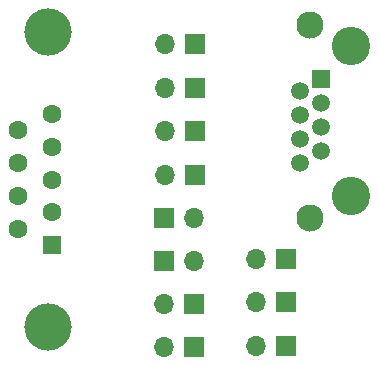
<source format=gbr>
%TF.GenerationSoftware,KiCad,Pcbnew,(5.1.10-1-10_14)*%
%TF.CreationDate,2021-06-16T16:32:42-07:00*%
%TF.ProjectId,XDS-Analog-to-StudioHub,5844532d-416e-4616-9c6f-672d746f2d53,rev?*%
%TF.SameCoordinates,Original*%
%TF.FileFunction,Soldermask,Top*%
%TF.FilePolarity,Negative*%
%FSLAX46Y46*%
G04 Gerber Fmt 4.6, Leading zero omitted, Abs format (unit mm)*
G04 Created by KiCad (PCBNEW (5.1.10-1-10_14)) date 2021-06-16 16:32:42*
%MOMM*%
%LPD*%
G01*
G04 APERTURE LIST*
%ADD10R,1.500000X1.500000*%
%ADD11C,1.500000*%
%ADD12C,3.250000*%
%ADD13C,2.300000*%
%ADD14O,1.700000X1.700000*%
%ADD15R,1.700000X1.700000*%
%ADD16R,1.600000X1.600000*%
%ADD17C,1.600000*%
%ADD18C,4.000000*%
G04 APERTURE END LIST*
D10*
%TO.C,J1*%
X123672600Y-87198200D03*
D11*
X123672600Y-89230200D03*
X123672600Y-91262200D03*
X123672600Y-93294200D03*
X121892600Y-88214200D03*
X121892600Y-90246200D03*
X121892600Y-92278200D03*
X121892600Y-94310200D03*
D12*
X126212600Y-84408200D03*
X126212600Y-97108200D03*
D13*
X122782600Y-98888200D03*
X122782600Y-82628200D03*
%TD*%
D14*
%TO.C,JP4*%
X110474760Y-84201000D03*
D15*
X113014760Y-84201000D03*
%TD*%
%TO.C,JP8*%
X120716040Y-109804200D03*
D14*
X118176040Y-109804200D03*
%TD*%
D16*
%TO.C,J2*%
X100929440Y-101213920D03*
D17*
X100929440Y-98443920D03*
X100929440Y-95673920D03*
X100929440Y-92903920D03*
X100929440Y-90133920D03*
X98089440Y-99828920D03*
X98089440Y-97058920D03*
X98089440Y-94288920D03*
X98089440Y-91518920D03*
D18*
X100629440Y-83173920D03*
X100629440Y-108173920D03*
%TD*%
D15*
%TO.C,JP3*%
X113014760Y-87904320D03*
D14*
X110474760Y-87904320D03*
%TD*%
D15*
%TO.C,JP1*%
X110434120Y-98917760D03*
D14*
X112974120Y-98917760D03*
%TD*%
%TO.C,JP2*%
X112975081Y-102572279D03*
D15*
X110435081Y-102572279D03*
%TD*%
D14*
%TO.C,JP5*%
X118211600Y-102412800D03*
D15*
X120751600Y-102412800D03*
%TD*%
D14*
%TO.C,JP6*%
X110444280Y-106222800D03*
D15*
X112984280Y-106222800D03*
%TD*%
%TO.C,JP7*%
X112979200Y-109870240D03*
D14*
X110439200Y-109870240D03*
%TD*%
D15*
%TO.C,JP9*%
X120746520Y-106075480D03*
D14*
X118206520Y-106075480D03*
%TD*%
%TO.C,JP10*%
X110453719Y-91594001D03*
D15*
X112993719Y-91594001D03*
%TD*%
%TO.C,JP11*%
X112993719Y-95255080D03*
D14*
X110453719Y-95255080D03*
%TD*%
M02*

</source>
